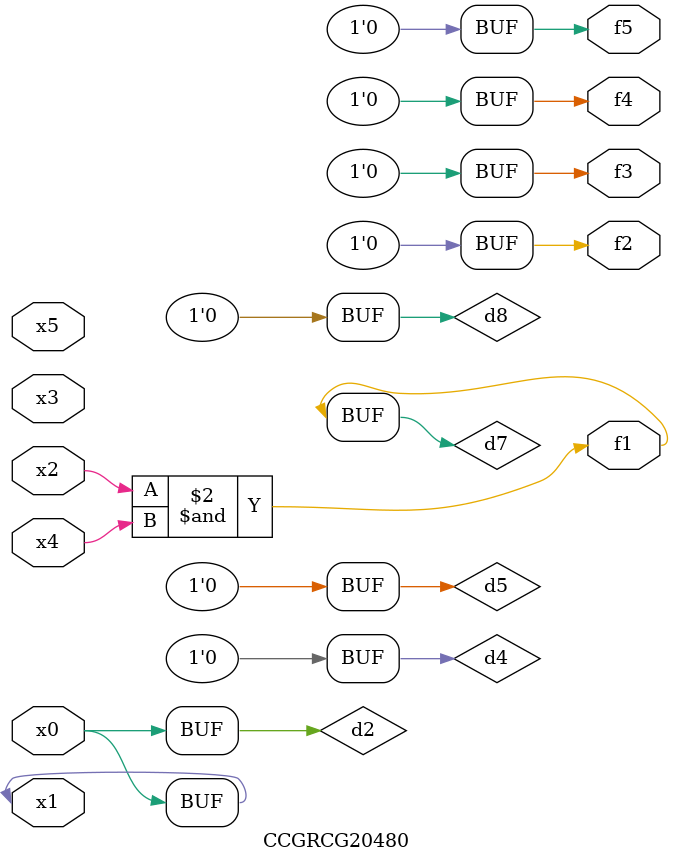
<source format=v>
module CCGRCG20480(
	input x0, x1, x2, x3, x4, x5,
	output f1, f2, f3, f4, f5
);

	wire d1, d2, d3, d4, d5, d6, d7, d8, d9;

	nand (d1, x1);
	buf (d2, x0, x1);
	nand (d3, x2, x4);
	and (d4, d1, d2);
	and (d5, d1, d2);
	nand (d6, d1, d3);
	not (d7, d3);
	xor (d8, d5);
	nor (d9, d5, d6);
	assign f1 = d7;
	assign f2 = d8;
	assign f3 = d8;
	assign f4 = d8;
	assign f5 = d8;
endmodule

</source>
